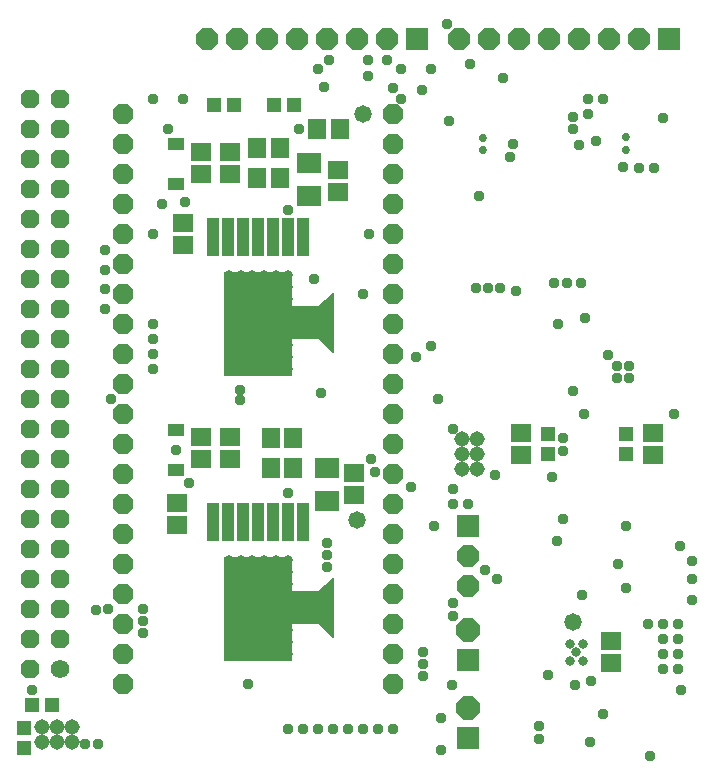
<source format=gbr>
G04 EAGLE Gerber RS-274X export*
G75*
%MOMM*%
%FSLAX34Y34*%
%LPD*%
%INSoldermask Bottom*%
%IPPOS*%
%AMOC8*
5,1,8,0,0,1.08239X$1,22.5*%
G01*
%ADD10P,1.843527X8X202.500000*%
%ADD11R,1.093200X3.263200*%
%ADD12R,1.093200X3.293200*%
%ADD13R,5.715000X8.864600*%
%ADD14C,0.812800*%
%ADD15R,1.503200X1.803200*%
%ADD16R,1.803200X1.503200*%
%ADD17C,1.473200*%
%ADD18R,2.003200X1.803200*%
%ADD19R,1.703200X1.503200*%
%ADD20R,1.503200X1.703200*%
%ADD21R,1.203200X1.303200*%
%ADD22C,0.698500*%
%ADD23C,1.308100*%
%ADD24R,1.303200X1.203200*%
%ADD25R,1.403200X1.103200*%
%ADD26C,1.574800*%
%ADD27P,1.704548X8X112.500000*%
%ADD28P,2.144431X8X202.500000*%
%ADD29R,1.981200X1.981200*%
%ADD30P,2.005885X8X22.500000*%
%ADD31R,1.853200X1.853200*%
%ADD32P,2.005885X8X292.500000*%
%ADD33C,0.959600*%

G36*
X317558Y381647D02*
X317558Y381647D01*
X317631Y381649D01*
X317668Y381665D01*
X317708Y381671D01*
X317771Y381706D01*
X317838Y381734D01*
X317868Y381761D01*
X317904Y381781D01*
X317951Y381836D01*
X318004Y381885D01*
X318023Y381921D01*
X318049Y381952D01*
X318073Y382020D01*
X318107Y382085D01*
X318113Y382130D01*
X318125Y382163D01*
X318125Y382207D01*
X318134Y382270D01*
X318134Y431800D01*
X318121Y431871D01*
X318118Y431944D01*
X318102Y431981D01*
X318095Y432021D01*
X318058Y432083D01*
X318029Y432150D01*
X318001Y432179D01*
X317980Y432214D01*
X317924Y432260D01*
X317874Y432312D01*
X317838Y432330D01*
X317806Y432355D01*
X317738Y432379D01*
X317672Y432410D01*
X317632Y432414D01*
X317594Y432427D01*
X317521Y432425D01*
X317449Y432432D01*
X317410Y432422D01*
X317369Y432421D01*
X317302Y432393D01*
X317232Y432375D01*
X317193Y432349D01*
X317162Y432336D01*
X317129Y432307D01*
X317076Y432271D01*
X304557Y421004D01*
X281940Y421004D01*
X281875Y420993D01*
X281809Y420991D01*
X281766Y420973D01*
X281719Y420965D01*
X281662Y420931D01*
X281602Y420906D01*
X281567Y420875D01*
X281526Y420850D01*
X281485Y420799D01*
X281436Y420755D01*
X281414Y420713D01*
X281385Y420676D01*
X281364Y420614D01*
X281333Y420555D01*
X281325Y420501D01*
X281313Y420464D01*
X281314Y420424D01*
X281313Y420420D01*
X281313Y420419D01*
X281313Y420417D01*
X281306Y420370D01*
X281306Y393700D01*
X281317Y393635D01*
X281319Y393569D01*
X281337Y393526D01*
X281345Y393479D01*
X281379Y393422D01*
X281404Y393362D01*
X281435Y393327D01*
X281460Y393286D01*
X281511Y393245D01*
X281555Y393196D01*
X281597Y393174D01*
X281634Y393145D01*
X281696Y393124D01*
X281755Y393093D01*
X281809Y393085D01*
X281846Y393073D01*
X281886Y393074D01*
X281940Y393066D01*
X304557Y393066D01*
X317076Y381799D01*
X317137Y381760D01*
X317194Y381715D01*
X317232Y381702D01*
X317266Y381680D01*
X317338Y381666D01*
X317406Y381643D01*
X317447Y381644D01*
X317486Y381636D01*
X317558Y381647D01*
G37*
G36*
X317558Y140347D02*
X317558Y140347D01*
X317631Y140349D01*
X317668Y140365D01*
X317708Y140371D01*
X317771Y140406D01*
X317838Y140434D01*
X317868Y140461D01*
X317904Y140481D01*
X317951Y140536D01*
X318004Y140585D01*
X318023Y140621D01*
X318049Y140652D01*
X318073Y140720D01*
X318107Y140785D01*
X318113Y140830D01*
X318125Y140863D01*
X318125Y140907D01*
X318134Y140970D01*
X318134Y190500D01*
X318121Y190571D01*
X318118Y190644D01*
X318102Y190681D01*
X318095Y190721D01*
X318058Y190783D01*
X318029Y190850D01*
X318001Y190879D01*
X317980Y190914D01*
X317924Y190960D01*
X317874Y191012D01*
X317838Y191030D01*
X317806Y191055D01*
X317738Y191079D01*
X317672Y191110D01*
X317632Y191114D01*
X317594Y191127D01*
X317521Y191125D01*
X317449Y191132D01*
X317410Y191122D01*
X317369Y191121D01*
X317302Y191093D01*
X317232Y191075D01*
X317193Y191049D01*
X317162Y191036D01*
X317129Y191007D01*
X317076Y190971D01*
X304557Y179704D01*
X281940Y179704D01*
X281875Y179693D01*
X281809Y179691D01*
X281766Y179673D01*
X281719Y179665D01*
X281662Y179631D01*
X281602Y179606D01*
X281567Y179575D01*
X281526Y179550D01*
X281485Y179499D01*
X281436Y179455D01*
X281414Y179413D01*
X281385Y179376D01*
X281364Y179314D01*
X281333Y179255D01*
X281325Y179201D01*
X281313Y179164D01*
X281314Y179124D01*
X281313Y179120D01*
X281313Y179119D01*
X281313Y179117D01*
X281306Y179070D01*
X281306Y152400D01*
X281317Y152335D01*
X281319Y152269D01*
X281337Y152226D01*
X281345Y152179D01*
X281379Y152122D01*
X281404Y152062D01*
X281435Y152027D01*
X281460Y151986D01*
X281511Y151945D01*
X281555Y151896D01*
X281597Y151874D01*
X281634Y151845D01*
X281696Y151824D01*
X281755Y151793D01*
X281809Y151785D01*
X281846Y151773D01*
X281886Y151774D01*
X281940Y151766D01*
X304557Y151766D01*
X317076Y140499D01*
X317137Y140460D01*
X317194Y140415D01*
X317232Y140402D01*
X317266Y140380D01*
X317338Y140366D01*
X317406Y140343D01*
X317447Y140344D01*
X317486Y140336D01*
X317558Y140347D01*
G37*
D10*
X368300Y101600D03*
X368300Y127000D03*
X368300Y152400D03*
X368300Y177800D03*
X368300Y203200D03*
X368300Y228600D03*
X368300Y254000D03*
X368300Y279400D03*
X368300Y304800D03*
X368300Y330200D03*
X368300Y355600D03*
X368300Y381000D03*
X368300Y406400D03*
X368300Y431800D03*
X368300Y457200D03*
X368300Y482600D03*
X368300Y508000D03*
X368300Y533400D03*
X368300Y558800D03*
X368300Y584200D03*
X139700Y584200D03*
X139700Y558800D03*
X139700Y533400D03*
X139700Y508000D03*
X139700Y482600D03*
X139700Y457200D03*
X139700Y431800D03*
X139700Y406400D03*
X139700Y381000D03*
X139700Y355600D03*
X139700Y330200D03*
X139700Y304800D03*
X139700Y279400D03*
X139700Y254000D03*
X139700Y228600D03*
X139700Y203200D03*
X139700Y177800D03*
X139700Y152400D03*
X139700Y127000D03*
X139700Y101600D03*
D11*
X215900Y238150D03*
X228600Y238150D03*
D12*
X241300Y238150D03*
D11*
X254000Y238150D03*
X266700Y238150D03*
X279400Y238150D03*
X292100Y238150D03*
D13*
X254000Y165100D03*
D14*
X229362Y127000D03*
X239268Y127000D03*
X249174Y127000D03*
X259080Y127000D03*
X268986Y127000D03*
X278892Y127000D03*
X229362Y136906D03*
X239268Y136906D03*
X249174Y136906D03*
X259080Y136906D03*
X268986Y136906D03*
X278892Y136906D03*
X229362Y146812D03*
X239268Y146812D03*
X249174Y146812D03*
X259080Y146812D03*
X268986Y146812D03*
X278892Y146812D03*
X229362Y156718D03*
X239268Y156718D03*
X249174Y156718D03*
X259080Y156718D03*
X268986Y156718D03*
X278892Y156718D03*
X229362Y166624D03*
X239268Y166624D03*
X249174Y166624D03*
X259080Y166624D03*
X268986Y166624D03*
X278892Y166624D03*
X229362Y176530D03*
X239268Y176530D03*
X249174Y176530D03*
X259080Y176530D03*
X268986Y176530D03*
X278892Y176530D03*
X229362Y186436D03*
X239268Y186436D03*
X249174Y186436D03*
X259080Y186436D03*
X268986Y186436D03*
X278892Y186436D03*
X229362Y196342D03*
X239268Y196342D03*
X249174Y196342D03*
X259080Y196342D03*
X268986Y196342D03*
X278892Y196342D03*
X229362Y206248D03*
X239268Y206248D03*
X249174Y206248D03*
X259080Y206248D03*
X268986Y206248D03*
X278892Y206248D03*
D15*
X264820Y284480D03*
X283820Y284480D03*
X264820Y309880D03*
X283820Y309880D03*
D16*
X229870Y291490D03*
X229870Y310490D03*
X205740Y291490D03*
X205740Y310490D03*
D11*
X215900Y479450D03*
X228600Y479450D03*
D12*
X241300Y479450D03*
D11*
X254000Y479450D03*
X266700Y479450D03*
X279400Y479450D03*
X292100Y479450D03*
D13*
X254000Y406400D03*
D14*
X229362Y368300D03*
X239268Y368300D03*
X249174Y368300D03*
X259080Y368300D03*
X268986Y368300D03*
X278892Y368300D03*
X229362Y378206D03*
X239268Y378206D03*
X249174Y378206D03*
X259080Y378206D03*
X268986Y378206D03*
X278892Y378206D03*
X229362Y388112D03*
X239268Y388112D03*
X249174Y388112D03*
X259080Y388112D03*
X268986Y388112D03*
X278892Y388112D03*
X229362Y398018D03*
X239268Y398018D03*
X249174Y398018D03*
X259080Y398018D03*
X268986Y398018D03*
X278892Y398018D03*
X229362Y407924D03*
X239268Y407924D03*
X249174Y407924D03*
X259080Y407924D03*
X268986Y407924D03*
X278892Y407924D03*
X229362Y417830D03*
X239268Y417830D03*
X249174Y417830D03*
X259080Y417830D03*
X268986Y417830D03*
X278892Y417830D03*
X229362Y427736D03*
X239268Y427736D03*
X249174Y427736D03*
X259080Y427736D03*
X268986Y427736D03*
X278892Y427736D03*
X229362Y437642D03*
X239268Y437642D03*
X249174Y437642D03*
X259080Y437642D03*
X268986Y437642D03*
X278892Y437642D03*
X229362Y447548D03*
X239268Y447548D03*
X249174Y447548D03*
X259080Y447548D03*
X268986Y447548D03*
X278892Y447548D03*
D15*
X253390Y529590D03*
X272390Y529590D03*
X253390Y554990D03*
X272390Y554990D03*
D16*
X229870Y532790D03*
X229870Y551790D03*
X205740Y532790D03*
X205740Y551790D03*
D17*
X337820Y240030D03*
X342900Y584200D03*
D18*
X312420Y256510D03*
X312420Y284510D03*
D19*
X335280Y261010D03*
X335280Y280010D03*
D20*
X304190Y571500D03*
X323190Y571500D03*
D18*
X297180Y514320D03*
X297180Y542320D03*
D19*
X321310Y517550D03*
X321310Y536550D03*
D21*
X499110Y313300D03*
X499110Y296300D03*
D19*
X476250Y314300D03*
X476250Y295300D03*
D21*
X565150Y313300D03*
X565150Y296300D03*
D19*
X588010Y314300D03*
X588010Y295300D03*
D22*
X444500Y563880D03*
X444500Y553720D03*
D23*
X71120Y52070D03*
X71120Y64770D03*
X83820Y52070D03*
X83820Y64770D03*
X96520Y52070D03*
X96520Y64770D03*
D24*
X79620Y83820D03*
X62620Y83820D03*
D21*
X55880Y64380D03*
X55880Y47380D03*
D23*
X439420Y283210D03*
X426720Y283210D03*
X439420Y295910D03*
X426720Y295910D03*
X439420Y308610D03*
X426720Y308610D03*
D24*
X267090Y591820D03*
X284090Y591820D03*
X216290Y591820D03*
X233290Y591820D03*
D25*
X184150Y316230D03*
X184150Y282230D03*
X184150Y558800D03*
X184150Y524800D03*
D19*
X185420Y235610D03*
X185420Y254610D03*
X190500Y473100D03*
X190500Y492100D03*
D26*
X86360Y114300D03*
D27*
X60960Y114300D03*
X86360Y139700D03*
X60960Y139700D03*
X86360Y165100D03*
X60960Y165100D03*
X86360Y190500D03*
X60960Y190500D03*
X86360Y215900D03*
X60960Y215900D03*
X86360Y241300D03*
X60960Y241300D03*
X86360Y266700D03*
X60960Y266700D03*
X86360Y292100D03*
X60960Y292100D03*
X86360Y317500D03*
X60960Y317500D03*
X86360Y342900D03*
X60960Y342900D03*
X86360Y368300D03*
X60960Y368300D03*
X86360Y393700D03*
X60960Y393700D03*
X86360Y419100D03*
X60960Y419100D03*
X86360Y444500D03*
X60960Y444500D03*
X86360Y469900D03*
X60960Y469900D03*
X86360Y495300D03*
X60960Y495300D03*
X86360Y520700D03*
X60960Y520700D03*
X86360Y546100D03*
X60960Y546100D03*
X86360Y571500D03*
X60960Y571500D03*
X86360Y596900D03*
X60960Y596900D03*
D22*
X565150Y564300D03*
X565150Y553300D03*
D28*
X431700Y81280D03*
D29*
X431700Y55880D03*
D30*
X431800Y209550D03*
D31*
X431800Y234950D03*
D30*
X431800Y184150D03*
D32*
X576072Y647474D03*
D31*
X601472Y647474D03*
D32*
X550672Y647474D03*
X525272Y647474D03*
X499872Y647474D03*
X474472Y647474D03*
X449072Y647474D03*
X423672Y647474D03*
X363193Y647472D03*
D31*
X388593Y647472D03*
D32*
X337793Y647472D03*
X312393Y647472D03*
X286993Y647472D03*
X261593Y647472D03*
X236193Y647472D03*
X210793Y647472D03*
D28*
X431800Y147320D03*
D29*
X431800Y121920D03*
D14*
X523240Y128270D03*
X528726Y135306D03*
X517754Y135306D03*
X528726Y121234D03*
X517754Y121234D03*
D17*
X520700Y153670D03*
D16*
X552450Y118770D03*
X552450Y137770D03*
D33*
X368300Y63500D03*
X402590Y234950D03*
X406400Y342900D03*
X528320Y176530D03*
X521970Y100330D03*
X355600Y63500D03*
X300990Y444500D03*
X191770Y509270D03*
X165100Y482092D03*
X534670Y52070D03*
X454660Y278130D03*
X511810Y309880D03*
X408940Y72390D03*
X408940Y45720D03*
X393700Y118110D03*
X419100Y170180D03*
X393700Y128270D03*
X393700Y107950D03*
X312420Y220980D03*
X312420Y210820D03*
X124460Y468630D03*
X124460Y452120D03*
X124460Y435610D03*
X124460Y419100D03*
X165100Y406400D03*
X165100Y393700D03*
X165100Y381000D03*
X165100Y368300D03*
X491490Y66040D03*
X491490Y54610D03*
X438150Y436880D03*
X448310Y436880D03*
X458470Y436880D03*
X504190Y440690D03*
X515620Y440690D03*
X527050Y440690D03*
X584200Y152400D03*
X596900Y152400D03*
X609600Y152400D03*
X596900Y139700D03*
X609600Y139700D03*
X596900Y127000D03*
X609600Y127000D03*
X596900Y114300D03*
X609600Y114300D03*
X431800Y254000D03*
X419100Y254000D03*
X156210Y165100D03*
X156210Y154940D03*
X156210Y144780D03*
X533400Y584200D03*
X520700Y581660D03*
X520700Y571500D03*
X621030Y205740D03*
X621030Y190500D03*
X621030Y172720D03*
X511810Y298450D03*
X419100Y158750D03*
X455930Y190500D03*
X445770Y198120D03*
X313690Y629920D03*
X346710Y629920D03*
X363220Y629920D03*
X557530Y370840D03*
X567690Y370840D03*
X557530Y360680D03*
X567690Y360680D03*
X312420Y200660D03*
X195580Y271780D03*
X184150Y299720D03*
X342900Y63500D03*
X330200Y63500D03*
X317500Y63500D03*
X304800Y63500D03*
X419100Y317500D03*
X279400Y63500D03*
X349532Y292100D03*
X127000Y165100D03*
X292100Y63500D03*
X353060Y280670D03*
X116558Y163830D03*
X383540Y267970D03*
X529590Y330200D03*
X605790Y330200D03*
X415290Y577850D03*
X546100Y76200D03*
X346710Y615950D03*
X433070Y626110D03*
X461010Y614680D03*
X245110Y101600D03*
X107351Y50800D03*
X62230Y96520D03*
X118110Y50800D03*
X419100Y266700D03*
X307340Y347980D03*
X238760Y350718D03*
X172720Y508000D03*
X177800Y571500D03*
X190500Y596900D03*
X165100Y596900D03*
X469900Y558800D03*
X309880Y607060D03*
X368300Y605790D03*
X392712Y604520D03*
X467360Y547370D03*
X304800Y622300D03*
X374650Y622300D03*
X400050Y622300D03*
X499110Y109220D03*
X417830Y100330D03*
X414020Y660400D03*
X585470Y40640D03*
X387350Y378460D03*
X612140Y96520D03*
X129540Y342900D03*
X238760Y341630D03*
X342900Y431800D03*
X279400Y262890D03*
X288290Y571500D03*
X279400Y502920D03*
X533400Y596900D03*
X374650Y596900D03*
X530860Y411480D03*
X549910Y379730D03*
X539750Y561340D03*
X558800Y203200D03*
X506730Y222250D03*
X511810Y241300D03*
X502920Y276860D03*
X565150Y182880D03*
X610870Y218440D03*
X508000Y406400D03*
X472440Y434340D03*
X565150Y234950D03*
X520700Y349250D03*
X525780Y557530D03*
X400050Y387350D03*
X440690Y514350D03*
X347980Y482600D03*
X562610Y539468D03*
X546100Y596900D03*
X576580Y538480D03*
X589280Y538480D03*
X596900Y580390D03*
X535940Y104140D03*
M02*

</source>
